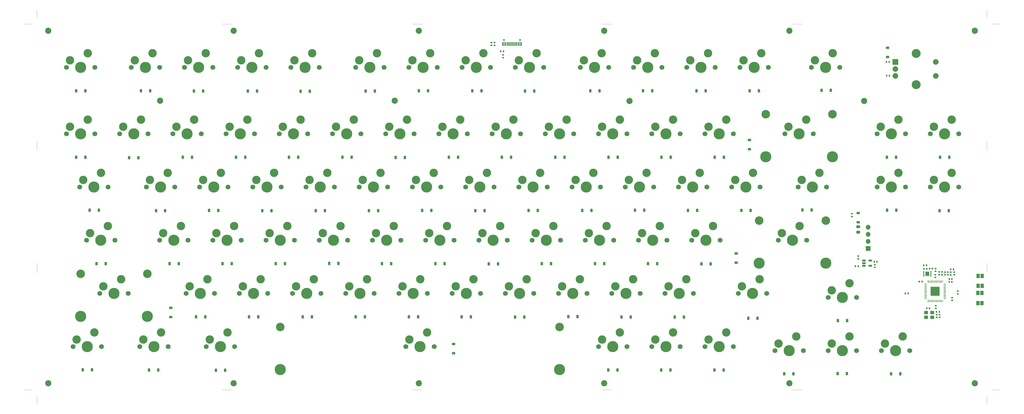
<source format=gbr>
%TF.GenerationSoftware,KiCad,Pcbnew,7.0.9*%
%TF.CreationDate,2024-09-10T22:02:23-04:00*%
%TF.ProjectId,panel,70616e65-6c2e-46b6-9963-61645f706362,0.1*%
%TF.SameCoordinates,Original*%
%TF.FileFunction,Soldermask,Top*%
%TF.FilePolarity,Negative*%
%FSLAX46Y46*%
G04 Gerber Fmt 4.6, Leading zero omitted, Abs format (unit mm)*
G04 Created by KiCad (PCBNEW 7.0.9) date 2024-09-10 22:02:23*
%MOMM*%
%LPD*%
G01*
G04 APERTURE LIST*
G04 Aperture macros list*
%AMRoundRect*
0 Rectangle with rounded corners*
0 $1 Rounding radius*
0 $2 $3 $4 $5 $6 $7 $8 $9 X,Y pos of 4 corners*
0 Add a 4 corners polygon primitive as box body*
4,1,4,$2,$3,$4,$5,$6,$7,$8,$9,$2,$3,0*
0 Add four circle primitives for the rounded corners*
1,1,$1+$1,$2,$3*
1,1,$1+$1,$4,$5*
1,1,$1+$1,$6,$7*
1,1,$1+$1,$8,$9*
0 Add four rect primitives between the rounded corners*
20,1,$1+$1,$2,$3,$4,$5,0*
20,1,$1+$1,$4,$5,$6,$7,0*
20,1,$1+$1,$6,$7,$8,$9,0*
20,1,$1+$1,$8,$9,$2,$3,0*%
G04 Aperture macros list end*
%ADD10RoundRect,0.225000X-0.225000X-0.375000X0.225000X-0.375000X0.225000X0.375000X-0.225000X0.375000X0*%
%ADD11C,1.750000*%
%ADD12C,3.000000*%
%ADD13C,3.987800*%
%ADD14C,0.200000*%
%ADD15RoundRect,0.135000X0.185000X-0.135000X0.185000X0.135000X-0.185000X0.135000X-0.185000X-0.135000X0*%
%ADD16C,2.200000*%
%ADD17RoundRect,0.050000X-0.387500X-0.050000X0.387500X-0.050000X0.387500X0.050000X-0.387500X0.050000X0*%
%ADD18RoundRect,0.050000X-0.050000X-0.387500X0.050000X-0.387500X0.050000X0.387500X-0.050000X0.387500X0*%
%ADD19RoundRect,0.144000X-1.456000X-1.456000X1.456000X-1.456000X1.456000X1.456000X-1.456000X1.456000X0*%
%ADD20RoundRect,0.225000X0.375000X-0.225000X0.375000X0.225000X-0.375000X0.225000X-0.375000X-0.225000X0*%
%ADD21RoundRect,0.140000X-0.140000X-0.170000X0.140000X-0.170000X0.140000X0.170000X-0.140000X0.170000X0*%
%ADD22R,1.700000X1.700000*%
%ADD23O,1.700000X1.700000*%
%ADD24RoundRect,0.140000X-0.170000X0.140000X-0.170000X-0.140000X0.170000X-0.140000X0.170000X0.140000X0*%
%ADD25RoundRect,0.135000X0.135000X0.185000X-0.135000X0.185000X-0.135000X-0.185000X0.135000X-0.185000X0*%
%ADD26RoundRect,0.102000X0.525000X-0.700000X0.525000X0.700000X-0.525000X0.700000X-0.525000X-0.700000X0*%
%ADD27RoundRect,0.140000X0.140000X0.170000X-0.140000X0.170000X-0.140000X-0.170000X0.140000X-0.170000X0*%
%ADD28C,3.048000*%
%ADD29RoundRect,0.140000X0.170000X-0.140000X0.170000X0.140000X-0.170000X0.140000X-0.170000X-0.140000X0*%
%ADD30RoundRect,0.087500X-0.175000X-0.087500X0.175000X-0.087500X0.175000X0.087500X-0.175000X0.087500X0*%
%ADD31R,1.400000X1.600000*%
%ADD32RoundRect,0.135000X-0.185000X0.135000X-0.185000X-0.135000X0.185000X-0.135000X0.185000X0.135000X0*%
%ADD33RoundRect,0.150000X-0.512500X-0.150000X0.512500X-0.150000X0.512500X0.150000X-0.512500X0.150000X0*%
%ADD34C,0.650000*%
%ADD35R,0.600000X1.450000*%
%ADD36R,0.300000X1.450000*%
%ADD37RoundRect,0.243750X-0.456250X0.243750X-0.456250X-0.243750X0.456250X-0.243750X0.456250X0.243750X0*%
%ADD38RoundRect,0.135000X-0.135000X-0.185000X0.135000X-0.185000X0.135000X0.185000X-0.135000X0.185000X0*%
%ADD39R,2.000000X2.000000*%
%ADD40C,2.000000*%
%ADD41C,3.200000*%
%ADD42R,1.400000X1.200000*%
G04 APERTURE END LIST*
D10*
%TO.C,D60*%
X153986000Y-129858000D03*
X157286000Y-129858000D03*
%TD*%
D11*
%TO.C,SW69*%
X323160000Y-122932000D03*
D12*
X324430000Y-120392000D03*
D13*
X328240000Y-122932000D03*
D12*
X330780000Y-117852000D03*
D11*
X333320000Y-122932000D03*
%TD*%
%TO.C,SW40*%
X288602500Y-83343000D03*
D12*
X289872500Y-80803000D03*
D13*
X293682500Y-83343000D03*
D12*
X296222500Y-78263000D03*
D11*
X298762500Y-83343000D03*
%TD*%
%TO.C,SW20*%
X164777000Y-64293000D03*
D12*
X166047000Y-61753000D03*
D13*
X169857000Y-64293000D03*
D12*
X172397000Y-59213000D03*
D11*
X174937000Y-64293000D03*
%TD*%
D10*
%TO.C,D33*%
X158773000Y-91788000D03*
X162073000Y-91788000D03*
%TD*%
D14*
%TO.C,KiKit_MB_3_7*%
X380000000Y-69738096D03*
%TD*%
%TO.C,KiKit_MB_8_4*%
X311785714Y-25000000D03*
%TD*%
%TO.C,KiKit_MB_3_2*%
X380000000Y-67595239D03*
%TD*%
%TO.C,KiKit_MB_2_8*%
X40000000Y-110833333D03*
%TD*%
D11*
%TO.C,SW72*%
X100482500Y-140493000D03*
D12*
X101752500Y-137953000D03*
D13*
X105562500Y-140493000D03*
D12*
X108102500Y-135413000D03*
D11*
X110642500Y-140493000D03*
%TD*%
D14*
%TO.C,KiKit_MB_7_6*%
X244642857Y-25000000D03*
%TD*%
D15*
%TO.C,R16*%
X363919000Y-114786000D03*
X363919000Y-113766000D03*
%TD*%
D14*
%TO.C,KiKit_MB_9_4*%
X108214286Y-156000000D03*
%TD*%
%TO.C,KiKit_MB_3_8*%
X380000000Y-70166667D03*
%TD*%
D16*
%TO.C,*%
X110313000Y-153630000D03*
%TD*%
D10*
%TO.C,D58*%
X115814000Y-129843000D03*
X119114000Y-129843000D03*
%TD*%
D11*
%TO.C,SW28*%
X55239500Y-83343000D03*
D12*
X56509500Y-80803000D03*
D13*
X60319500Y-83343000D03*
D12*
X62859500Y-78263000D03*
D11*
X65399500Y-83343000D03*
%TD*%
D16*
%TO.C,*%
X252021000Y-52560000D03*
%TD*%
D14*
%TO.C,KiKit_MB_15_4*%
X40000000Y-159750000D03*
%TD*%
D10*
%TO.C,D6*%
X157584000Y-48941000D03*
X160884000Y-48941000D03*
%TD*%
D14*
%TO.C,KiKit_MB_18_3*%
X36333334Y-156000000D03*
%TD*%
D11*
%TO.C,SW25*%
X260027000Y-64293000D03*
D12*
X261297000Y-61753000D03*
D13*
X265107000Y-64293000D03*
D12*
X267647000Y-59213000D03*
D11*
X270187000Y-64293000D03*
%TD*%
D10*
%TO.C,D21*%
X187385000Y-72697000D03*
X190685000Y-72697000D03*
%TD*%
D14*
%TO.C,KiKit_MB_11_8*%
X242500000Y-156000000D03*
%TD*%
%TO.C,KiKit_MB_19_5*%
X383666666Y-25000000D03*
%TD*%
%TO.C,KiKit_MB_19_4*%
X383250000Y-25000000D03*
%TD*%
%TO.C,KiKit_MB_16_7*%
X380000000Y-161000000D03*
%TD*%
%TO.C,KiKit_MB_4_3*%
X380000000Y-111690476D03*
%TD*%
D16*
%TO.C,*%
X176639000Y-27355000D03*
%TD*%
D14*
%TO.C,KiKit_MB_12_8*%
X310500000Y-156000000D03*
%TD*%
%TO.C,KiKit_MB_18_5*%
X37166667Y-156000000D03*
%TD*%
D11*
%TO.C,SW6*%
X154038000Y-40501000D03*
D12*
X155308000Y-37961000D03*
D13*
X159118000Y-40501000D03*
D12*
X161658000Y-35421000D03*
D11*
X164198000Y-40501000D03*
%TD*%
%TO.C,SW8*%
X192138000Y-40501000D03*
D12*
X193408000Y-37961000D03*
D13*
X197218000Y-40501000D03*
D12*
X199758000Y-35421000D03*
D11*
X202298000Y-40501000D03*
%TD*%
D10*
%TO.C,D69*%
X326603500Y-131152000D03*
X329903500Y-131152000D03*
%TD*%
D11*
%TO.C,SW23*%
X221927000Y-64293000D03*
D12*
X223197000Y-61753000D03*
D13*
X227007000Y-64293000D03*
D12*
X229547000Y-59213000D03*
D11*
X232087000Y-64293000D03*
%TD*%
D16*
%TO.C,*%
X83961000Y-52473000D03*
%TD*%
D17*
%TO.C,U3*%
X358024500Y-118092000D03*
X358024500Y-118492000D03*
X358024500Y-118892000D03*
X358024500Y-119292000D03*
X358024500Y-119692000D03*
X358024500Y-120092000D03*
X358024500Y-120492000D03*
X358024500Y-120892000D03*
X358024500Y-121292000D03*
X358024500Y-121692000D03*
X358024500Y-122092000D03*
X358024500Y-122492000D03*
X358024500Y-122892000D03*
X358024500Y-123292000D03*
D18*
X358862000Y-124129500D03*
X359262000Y-124129500D03*
X359662000Y-124129500D03*
X360062000Y-124129500D03*
X360462000Y-124129500D03*
X360862000Y-124129500D03*
X361262000Y-124129500D03*
X361662000Y-124129500D03*
X362062000Y-124129500D03*
X362462000Y-124129500D03*
X362862000Y-124129500D03*
X363262000Y-124129500D03*
X363662000Y-124129500D03*
X364062000Y-124129500D03*
D17*
X364899500Y-123292000D03*
X364899500Y-122892000D03*
X364899500Y-122492000D03*
X364899500Y-122092000D03*
X364899500Y-121692000D03*
X364899500Y-121292000D03*
X364899500Y-120892000D03*
X364899500Y-120492000D03*
X364899500Y-120092000D03*
X364899500Y-119692000D03*
X364899500Y-119292000D03*
X364899500Y-118892000D03*
X364899500Y-118492000D03*
X364899500Y-118092000D03*
D18*
X364062000Y-117254500D03*
X363662000Y-117254500D03*
X363262000Y-117254500D03*
X362862000Y-117254500D03*
X362462000Y-117254500D03*
X362062000Y-117254500D03*
X361662000Y-117254500D03*
X361262000Y-117254500D03*
X360862000Y-117254500D03*
X360462000Y-117254500D03*
X360062000Y-117254500D03*
X359662000Y-117254500D03*
X359262000Y-117254500D03*
X358862000Y-117254500D03*
D19*
X361462000Y-120692000D03*
%TD*%
D14*
%TO.C,KiKit_MB_16_2*%
X380000000Y-158916666D03*
%TD*%
%TO.C,KiKit_MB_13_4*%
X40000000Y-21250000D03*
%TD*%
D20*
%TO.C,D73*%
X189037000Y-142837000D03*
X189037000Y-139537000D03*
%TD*%
D10*
%TO.C,D46*%
X144494000Y-110737000D03*
X147794000Y-110737000D03*
%TD*%
%TO.C,D29*%
X82509000Y-91806000D03*
X85809000Y-91806000D03*
%TD*%
D21*
%TO.C,C12*%
X366513000Y-116262000D03*
X367473000Y-116262000D03*
%TD*%
D11*
%TO.C,SW68*%
X290983500Y-121443000D03*
D12*
X292253500Y-118903000D03*
D13*
X296063500Y-121443000D03*
D12*
X298603500Y-116363000D03*
D11*
X301143500Y-121443000D03*
%TD*%
D14*
%TO.C,KiKit_MB_11_5*%
X243785714Y-156000000D03*
%TD*%
D22*
%TO.C,OLED1*%
X337497000Y-105379000D03*
D23*
X337497000Y-102839000D03*
X337497000Y-100299000D03*
X337497000Y-97759000D03*
%TD*%
D14*
%TO.C,KiKit_MB_15_6*%
X40000000Y-160583333D03*
%TD*%
%TO.C,KiKit_MB_3_6*%
X380000000Y-69309524D03*
%TD*%
D10*
%TO.C,D49*%
X201667000Y-110886000D03*
X204967000Y-110886000D03*
%TD*%
D14*
%TO.C,KiKit_MB_9_6*%
X107357143Y-156000000D03*
%TD*%
D24*
%TO.C,C5*%
X339838000Y-111211000D03*
X339838000Y-112171000D03*
%TD*%
D10*
%TO.C,D26*%
X282574000Y-72691000D03*
X285874000Y-72691000D03*
%TD*%
D14*
%TO.C,KiKit_MB_15_5*%
X40000000Y-160166666D03*
%TD*%
%TO.C,KiKit_MB_4_4*%
X380000000Y-112119047D03*
%TD*%
D25*
%TO.C,R3*%
X358378000Y-111381000D03*
X357358000Y-111381000D03*
%TD*%
D24*
%TO.C,C3*%
X362024000Y-129050000D03*
X362024000Y-130010000D03*
%TD*%
D10*
%TO.C,D45*%
X125376000Y-110781000D03*
X128676000Y-110781000D03*
%TD*%
D11*
%TO.C,SW35*%
X193352500Y-83343000D03*
D12*
X194622500Y-80803000D03*
D13*
X198432500Y-83343000D03*
D12*
X200972500Y-78263000D03*
D11*
X203512500Y-83343000D03*
%TD*%
D10*
%TO.C,D66*%
X268234000Y-129921000D03*
X271534000Y-129921000D03*
%TD*%
D16*
%TO.C,*%
X375638000Y-27355000D03*
%TD*%
D26*
%TO.C,S1*%
X376840000Y-118743500D03*
X376840000Y-115143500D03*
X378290000Y-118743500D03*
X378290000Y-115143500D03*
%TD*%
D14*
%TO.C,KiKit_MB_20_1*%
X382000000Y-156000000D03*
%TD*%
D11*
%TO.C,SW38*%
X250502500Y-83343000D03*
D12*
X251772500Y-80803000D03*
D13*
X255582500Y-83343000D03*
D12*
X258122500Y-78263000D03*
D11*
X260662500Y-83343000D03*
%TD*%
D27*
%TO.C,C18*%
X351775000Y-121480000D03*
X350815000Y-121480000D03*
%TD*%
D10*
%TO.C,D81*%
X344290500Y-91620000D03*
X347590500Y-91620000D03*
%TD*%
%TO.C,D42*%
X61210000Y-110800000D03*
X64510000Y-110800000D03*
%TD*%
D11*
%TO.C,SW46*%
X140964500Y-102393000D03*
D12*
X142234500Y-99853000D03*
D13*
X146044500Y-102393000D03*
D12*
X148584500Y-97313000D03*
D11*
X151124500Y-102393000D03*
%TD*%
D14*
%TO.C,KiKit_MB_19_1*%
X382000000Y-25000000D03*
%TD*%
D28*
%TO.C,SW73*%
X127000600Y-133508000D03*
D13*
X127000600Y-148748000D03*
D11*
X171920500Y-140493000D03*
D12*
X173190500Y-137953000D03*
D13*
X177000500Y-140493000D03*
D12*
X179540500Y-135413000D03*
D11*
X182080500Y-140493000D03*
D28*
X227000400Y-133508000D03*
D13*
X227000400Y-148748000D03*
%TD*%
D10*
%TO.C,D35*%
X196853000Y-91787000D03*
X200153000Y-91787000D03*
%TD*%
D29*
%TO.C,C11*%
X368332000Y-114776000D03*
X368332000Y-113816000D03*
%TD*%
D15*
%TO.C,R13*%
X367068000Y-114818000D03*
X367068000Y-113798000D03*
%TD*%
D14*
%TO.C,KiKit_MB_17_1*%
X35500000Y-25000000D03*
%TD*%
D10*
%TO.C,D68*%
X294561000Y-130312000D03*
X297861000Y-130312000D03*
%TD*%
D14*
%TO.C,KiKit_MB_15_7*%
X40000000Y-161000000D03*
%TD*%
%TO.C,KiKit_MB_2_2*%
X40000000Y-113404761D03*
%TD*%
%TO.C,KiKit_MB_14_2*%
X380000000Y-20416667D03*
%TD*%
D10*
%TO.C,D31*%
X120562000Y-91787000D03*
X123862000Y-91787000D03*
%TD*%
D11*
%TO.C,SW1*%
X50438000Y-40523000D03*
D12*
X51708000Y-37983000D03*
D13*
X55518000Y-40523000D03*
D12*
X58058000Y-35443000D03*
D11*
X60598000Y-40523000D03*
%TD*%
D10*
%TO.C,D48*%
X182514000Y-110797000D03*
X185814000Y-110797000D03*
%TD*%
D11*
%TO.C,SW45*%
X121914500Y-102393000D03*
D12*
X123184500Y-99853000D03*
D13*
X126994500Y-102393000D03*
D12*
X129534500Y-97313000D03*
D11*
X132074500Y-102393000D03*
%TD*%
D16*
%TO.C,*%
X375645000Y-153630000D03*
%TD*%
D30*
%TO.C,U1*%
X357352500Y-113702000D03*
X357352500Y-114202000D03*
X357352500Y-114702000D03*
X357352500Y-115202000D03*
X359927500Y-115202000D03*
X359927500Y-114702000D03*
X359927500Y-114202000D03*
X359927500Y-113702000D03*
D31*
X358640000Y-114452000D03*
%TD*%
D25*
%TO.C,R5*%
X362977000Y-128016000D03*
X361957000Y-128016000D03*
%TD*%
D14*
%TO.C,KiKit_MB_17_3*%
X36333334Y-25000000D03*
%TD*%
D10*
%TO.C,D36*%
X215924000Y-91768000D03*
X219224000Y-91768000D03*
%TD*%
D14*
%TO.C,KiKit_MB_19_3*%
X382833333Y-25000000D03*
%TD*%
D11*
%TO.C,SW59*%
X131439500Y-121443000D03*
D12*
X132709500Y-118903000D03*
D13*
X136519500Y-121443000D03*
D12*
X139059500Y-116363000D03*
D11*
X141599500Y-121443000D03*
%TD*%
D32*
%TO.C,R9*%
X206730000Y-36058000D03*
X206730000Y-37078000D03*
%TD*%
D11*
%TO.C,SW64*%
X226689500Y-121443000D03*
D12*
X227959500Y-118903000D03*
D13*
X231769500Y-121443000D03*
D12*
X234309500Y-116363000D03*
D11*
X236849500Y-121443000D03*
%TD*%
D33*
%TO.C,U2*%
X335934500Y-109648000D03*
X335934500Y-110598000D03*
X335934500Y-111548000D03*
X338209500Y-111548000D03*
X338209500Y-109648000D03*
%TD*%
D14*
%TO.C,KiKit_MB_1_6*%
X40000000Y-68023810D03*
%TD*%
D11*
%TO.C,SW31*%
X117152500Y-83343000D03*
D12*
X118422500Y-80803000D03*
D13*
X122232500Y-83343000D03*
D12*
X124772500Y-78263000D03*
D11*
X127312500Y-83343000D03*
%TD*%
D14*
%TO.C,KiKit_MB_10_8*%
X174500000Y-156000000D03*
%TD*%
D10*
%TO.C,D40*%
X292107000Y-91758000D03*
X295407000Y-91758000D03*
%TD*%
D14*
%TO.C,KiKit_MB_6_1*%
X174500000Y-25000000D03*
%TD*%
%TO.C,KiKit_MB_5_5*%
X108214286Y-25000000D03*
%TD*%
D10*
%TO.C,D28*%
X58760000Y-91660000D03*
X62060000Y-91660000D03*
%TD*%
%TO.C,D57*%
X96822000Y-129865000D03*
X100122000Y-129865000D03*
%TD*%
D14*
%TO.C,KiKit_MB_2_5*%
X40000000Y-112119047D03*
%TD*%
D26*
%TO.C,S2*%
X376789000Y-124920000D03*
X376789000Y-121320000D03*
X378239000Y-124920000D03*
X378239000Y-121320000D03*
%TD*%
D10*
%TO.C,D41*%
X313925500Y-91589000D03*
X317225500Y-91589000D03*
%TD*%
D11*
%TO.C,SW39*%
X269552500Y-83343000D03*
D12*
X270822500Y-80803000D03*
D13*
X274632500Y-83343000D03*
D12*
X277172500Y-78263000D03*
D11*
X279712500Y-83343000D03*
%TD*%
D21*
%TO.C,C6*%
X339660000Y-110143000D03*
X340620000Y-110143000D03*
%TD*%
D14*
%TO.C,KiKit_MB_7_1*%
X242500000Y-25000000D03*
%TD*%
D11*
%TO.C,SW12*%
X272513000Y-40501000D03*
D12*
X273783000Y-37961000D03*
D13*
X277593000Y-40501000D03*
D12*
X280133000Y-35421000D03*
D11*
X282673000Y-40501000D03*
%TD*%
D14*
%TO.C,KiKit_MB_20_3*%
X382833333Y-156000000D03*
%TD*%
%TO.C,KiKit_MB_10_1*%
X177500000Y-156000000D03*
%TD*%
D11*
%TO.C,SW74*%
X240976500Y-140493000D03*
D12*
X242246500Y-137953000D03*
D13*
X246056500Y-140493000D03*
D12*
X248596500Y-135413000D03*
D11*
X251136500Y-140493000D03*
%TD*%
D10*
%TO.C,D74*%
X244392000Y-148916000D03*
X247692000Y-148916000D03*
%TD*%
D14*
%TO.C,KiKit_MB_10_4*%
X176214286Y-156000000D03*
%TD*%
D10*
%TO.C,D72*%
X103944000Y-148938000D03*
X107244000Y-148938000D03*
%TD*%
D14*
%TO.C,KiKit_MB_1_4*%
X40000000Y-68880953D03*
%TD*%
D10*
%TO.C,D20*%
X168355000Y-72742000D03*
X171655000Y-72742000D03*
%TD*%
D14*
%TO.C,KiKit_MB_18_6*%
X37583334Y-156000000D03*
%TD*%
D11*
%TO.C,SW2*%
X73663000Y-40501000D03*
D12*
X74933000Y-37961000D03*
D13*
X78743000Y-40501000D03*
D12*
X81283000Y-35421000D03*
D11*
X83823000Y-40501000D03*
%TD*%
D14*
%TO.C,KiKit_MB_12_4*%
X312214285Y-156000000D03*
%TD*%
%TO.C,KiKit_MB_5_3*%
X107357143Y-25000000D03*
%TD*%
D11*
%TO.C,SW15*%
X69527000Y-64293000D03*
D12*
X70797000Y-61753000D03*
D13*
X74607000Y-64293000D03*
D12*
X77147000Y-59213000D03*
D11*
X79687000Y-64293000D03*
%TD*%
%TO.C,SW82*%
X359721000Y-64284000D03*
D12*
X360991000Y-61744000D03*
D13*
X364801000Y-64284000D03*
D12*
X367341000Y-59204000D03*
D11*
X369881000Y-64284000D03*
%TD*%
D10*
%TO.C,D24*%
X244488000Y-72685000D03*
X247788000Y-72685000D03*
%TD*%
D14*
%TO.C,KiKit_MB_13_3*%
X40000000Y-20833334D03*
%TD*%
D10*
%TO.C,D43*%
X87363000Y-110794000D03*
X90663000Y-110794000D03*
%TD*%
D11*
%TO.C,SW14*%
X50477000Y-64293000D03*
D12*
X51747000Y-61753000D03*
D13*
X55557000Y-64293000D03*
D12*
X58097000Y-59213000D03*
D11*
X60637000Y-64293000D03*
%TD*%
D16*
%TO.C,*%
X110306000Y-27355000D03*
%TD*%
D11*
%TO.C,SW37*%
X231452500Y-83343000D03*
D12*
X232722500Y-80803000D03*
D13*
X236532500Y-83343000D03*
D12*
X239072500Y-78263000D03*
D11*
X241612500Y-83343000D03*
%TD*%
D10*
%TO.C,D78*%
X326532500Y-150149000D03*
X329832500Y-150149000D03*
%TD*%
%TO.C,D61*%
X173098000Y-129858000D03*
X176398000Y-129858000D03*
%TD*%
D11*
%TO.C,SW80*%
X340671000Y-64284000D03*
D12*
X341941000Y-61744000D03*
D13*
X345751000Y-64284000D03*
D12*
X348291000Y-59204000D03*
D11*
X350831000Y-64284000D03*
%TD*%
D10*
%TO.C,D51*%
X239716000Y-110819000D03*
X243016000Y-110819000D03*
%TD*%
D11*
%TO.C,SW61*%
X169539500Y-121443000D03*
D12*
X170809500Y-118903000D03*
D13*
X174619500Y-121443000D03*
D12*
X177159500Y-116363000D03*
D11*
X179699500Y-121443000D03*
%TD*%
D14*
%TO.C,KiKit_MB_3_4*%
X380000000Y-68452381D03*
%TD*%
D10*
%TO.C,D3*%
X96104000Y-48969000D03*
X99404000Y-48969000D03*
%TD*%
D11*
%TO.C,SW77*%
X304110000Y-141982000D03*
D12*
X305380000Y-139442000D03*
D13*
X309190000Y-141982000D03*
D12*
X311730000Y-136902000D03*
D11*
X314270000Y-141982000D03*
%TD*%
D10*
%TO.C,D17*%
X111133000Y-72664000D03*
X114433000Y-72664000D03*
%TD*%
D34*
%TO.C,USB1*%
X212873000Y-30703500D03*
X207093000Y-30703500D03*
D35*
X213208000Y-32148500D03*
X212433000Y-32148500D03*
D36*
X211733000Y-32148500D03*
X211233000Y-32148500D03*
X210733000Y-32148500D03*
X210233000Y-32148500D03*
X209733000Y-32148500D03*
X209233000Y-32148500D03*
X208733000Y-32148500D03*
X208233000Y-32148500D03*
D35*
X207533000Y-32148500D03*
X206758000Y-32148500D03*
%TD*%
D10*
%TO.C,D32*%
X139667000Y-91783000D03*
X142967000Y-91783000D03*
%TD*%
D14*
%TO.C,KiKit_MB_7_4*%
X243785714Y-25000000D03*
%TD*%
D11*
%TO.C,SW24*%
X240977000Y-64293000D03*
D12*
X242247000Y-61753000D03*
D13*
X246057000Y-64293000D03*
D12*
X248597000Y-59213000D03*
D11*
X251137000Y-64293000D03*
%TD*%
D20*
%TO.C,D54*%
X333930000Y-95984000D03*
X333930000Y-92684000D03*
%TD*%
D14*
%TO.C,KiKit_MB_11_1*%
X245500000Y-156000000D03*
%TD*%
%TO.C,KiKit_MB_19_7*%
X384500000Y-25000000D03*
%TD*%
D10*
%TO.C,D39*%
X272972000Y-91713000D03*
X276272000Y-91713000D03*
%TD*%
D14*
%TO.C,KiKit_MB_5_2*%
X106928572Y-25000000D03*
%TD*%
%TO.C,KiKit_MB_8_5*%
X312214285Y-25000000D03*
%TD*%
D11*
%TO.C,SW62*%
X188589500Y-121443000D03*
D12*
X189859500Y-118903000D03*
D13*
X193669500Y-121443000D03*
D12*
X196209500Y-116363000D03*
D11*
X198749500Y-121443000D03*
%TD*%
D10*
%TO.C,D67*%
X320769500Y-48687000D03*
X324069500Y-48687000D03*
%TD*%
D14*
%TO.C,KiKit_MB_8_7*%
X313071428Y-25000000D03*
%TD*%
%TO.C,KiKit_MB_8_6*%
X312642857Y-25000000D03*
%TD*%
%TO.C,KiKit_MB_13_7*%
X40000000Y-22500000D03*
%TD*%
D37*
%TO.C,F1*%
X333941000Y-97607500D03*
X333941000Y-99482500D03*
%TD*%
D38*
%TO.C,R4*%
X357456000Y-112604000D03*
X358476000Y-112604000D03*
%TD*%
D14*
%TO.C,KiKit_MB_5_4*%
X107785715Y-25000000D03*
%TD*%
D11*
%TO.C,SW81*%
X340671000Y-83334000D03*
D12*
X341941000Y-80794000D03*
D13*
X345751000Y-83334000D03*
D12*
X348291000Y-78254000D03*
D11*
X350831000Y-83334000D03*
%TD*%
D14*
%TO.C,KiKit_MB_20_2*%
X382416666Y-156000000D03*
%TD*%
D10*
%TO.C,D13*%
X295076000Y-48917000D03*
X298376000Y-48917000D03*
%TD*%
D11*
%TO.C,SW49*%
X198114500Y-102393000D03*
D12*
X199384500Y-99853000D03*
D13*
X203194500Y-102393000D03*
D12*
X205734500Y-97313000D03*
D11*
X208274500Y-102393000D03*
%TD*%
D29*
%TO.C,C15*%
X361576000Y-113486000D03*
X361576000Y-112526000D03*
%TD*%
D14*
%TO.C,KiKit_MB_6_5*%
X176214286Y-25000000D03*
%TD*%
D10*
%TO.C,D16*%
X92080000Y-72664000D03*
X95380000Y-72664000D03*
%TD*%
D15*
%TO.C,FB1*%
X333955000Y-109097500D03*
X333955000Y-108077500D03*
%TD*%
D14*
%TO.C,KiKit_MB_16_3*%
X380000000Y-159333333D03*
%TD*%
D10*
%TO.C,D47*%
X163427000Y-110812000D03*
X166727000Y-110812000D03*
%TD*%
%TO.C,D50*%
X220650000Y-110789000D03*
X223950000Y-110789000D03*
%TD*%
D14*
%TO.C,KiKit_MB_12_5*%
X311785714Y-156000000D03*
%TD*%
D21*
%TO.C,C13*%
X366512000Y-117280000D03*
X367472000Y-117280000D03*
%TD*%
D11*
%TO.C,SW47*%
X160014500Y-102393000D03*
D12*
X161284500Y-99853000D03*
D13*
X165094500Y-102393000D03*
D12*
X167634500Y-97313000D03*
D11*
X170174500Y-102393000D03*
%TD*%
%TO.C,SW26*%
X279077000Y-64293000D03*
D12*
X280347000Y-61753000D03*
D13*
X284157000Y-64293000D03*
D12*
X286697000Y-59213000D03*
D11*
X289237000Y-64293000D03*
%TD*%
D14*
%TO.C,KiKit_MB_11_2*%
X245071428Y-156000000D03*
%TD*%
%TO.C,KiKit_MB_6_2*%
X174928572Y-25000000D03*
%TD*%
D10*
%TO.C,D12*%
X276006000Y-48903000D03*
X279306000Y-48903000D03*
%TD*%
D11*
%TO.C,SW4*%
X111763000Y-40501000D03*
D12*
X113033000Y-37961000D03*
D13*
X116843000Y-40501000D03*
D12*
X119383000Y-35421000D03*
D11*
X121923000Y-40501000D03*
%TD*%
%TO.C,SW33*%
X155252500Y-83343000D03*
D12*
X156522500Y-80803000D03*
D13*
X160332500Y-83343000D03*
D12*
X162872500Y-78263000D03*
D11*
X165412500Y-83343000D03*
%TD*%
%TO.C,SW32*%
X136202500Y-83343000D03*
D12*
X137472500Y-80803000D03*
D13*
X141282500Y-83343000D03*
D12*
X143822500Y-78263000D03*
D11*
X146362500Y-83343000D03*
%TD*%
D14*
%TO.C,KiKit_MB_13_6*%
X40000000Y-22083334D03*
%TD*%
%TO.C,KiKit_MB_9_5*%
X107785715Y-156000000D03*
%TD*%
D11*
%TO.C,SW19*%
X145727000Y-64293000D03*
D12*
X146997000Y-61753000D03*
D13*
X150807000Y-64293000D03*
D12*
X153347000Y-59213000D03*
D11*
X155887000Y-64293000D03*
%TD*%
D24*
%TO.C,C16*%
X367546000Y-122953000D03*
X367546000Y-123913000D03*
%TD*%
D11*
%TO.C,SW66*%
X264789500Y-121443000D03*
D12*
X266059500Y-118903000D03*
D13*
X269869500Y-121443000D03*
D12*
X272409500Y-116363000D03*
D11*
X274949500Y-121443000D03*
%TD*%
D14*
%TO.C,KiKit_MB_16_4*%
X380000000Y-159750000D03*
%TD*%
D10*
%TO.C,D5*%
X134266000Y-49038000D03*
X137566000Y-49038000D03*
%TD*%
D14*
%TO.C,KiKit_MB_8_3*%
X311357142Y-25000000D03*
%TD*%
D11*
%TO.C,SW44*%
X102864500Y-102393000D03*
D12*
X104134500Y-99853000D03*
D13*
X107944500Y-102393000D03*
D12*
X110484500Y-97313000D03*
D11*
X113024500Y-102393000D03*
%TD*%
D10*
%TO.C,D59*%
X135009000Y-129858000D03*
X138309000Y-129858000D03*
%TD*%
D14*
%TO.C,KiKit_MB_9_8*%
X106500000Y-156000000D03*
%TD*%
D25*
%TO.C,R2*%
X345078000Y-43482000D03*
X344058000Y-43482000D03*
%TD*%
D14*
%TO.C,KiKit_MB_10_3*%
X176642858Y-156000000D03*
%TD*%
%TO.C,KiKit_MB_7_7*%
X245071428Y-25000000D03*
%TD*%
D16*
%TO.C,*%
X242972000Y-27355000D03*
%TD*%
D24*
%TO.C,C8*%
X363057000Y-129034000D03*
X363057000Y-129994000D03*
%TD*%
D14*
%TO.C,KiKit_MB_13_5*%
X40000000Y-21666667D03*
%TD*%
%TO.C,KiKit_MB_16_1*%
X380000000Y-158500000D03*
%TD*%
%TO.C,KiKit_MB_20_4*%
X383250000Y-156000000D03*
%TD*%
D10*
%TO.C,D25*%
X263481000Y-72646000D03*
X266781000Y-72646000D03*
%TD*%
D11*
%TO.C,SW71*%
X76669500Y-140493000D03*
D12*
X77939500Y-137953000D03*
D13*
X81749500Y-140493000D03*
D12*
X84289500Y-135413000D03*
D11*
X86829500Y-140493000D03*
%TD*%
D14*
%TO.C,KiKit_MB_17_5*%
X37166667Y-25000000D03*
%TD*%
D11*
%TO.C,SW5*%
X130813000Y-40501000D03*
D12*
X132083000Y-37961000D03*
D13*
X135893000Y-40501000D03*
D12*
X138433000Y-35421000D03*
D11*
X140973000Y-40501000D03*
%TD*%
D14*
%TO.C,KiKit_MB_10_6*%
X175357143Y-156000000D03*
%TD*%
D20*
%TO.C,D56*%
X87819000Y-129904000D03*
X87819000Y-126604000D03*
%TD*%
D27*
%TO.C,C14*%
X356757000Y-117189000D03*
X355797000Y-117189000D03*
%TD*%
D14*
%TO.C,KiKit_MB_17_4*%
X36750000Y-25000000D03*
%TD*%
D39*
%TO.C,ROTARY1*%
X347202000Y-38583000D03*
D40*
X347202000Y-43583000D03*
X347202000Y-41083000D03*
D41*
X354702000Y-35483000D03*
X354702000Y-46683000D03*
D40*
X361702000Y-43583000D03*
X361702000Y-38583000D03*
%TD*%
D14*
%TO.C,KiKit_MB_5_6*%
X108642858Y-25000000D03*
%TD*%
D11*
%TO.C,SW60*%
X150489500Y-121443000D03*
D12*
X151759500Y-118903000D03*
D13*
X155569500Y-121443000D03*
D12*
X158109500Y-116363000D03*
D11*
X160649500Y-121443000D03*
%TD*%
D14*
%TO.C,KiKit_MB_8_8*%
X313500000Y-25000000D03*
%TD*%
D28*
%TO.C,SW55*%
X298412500Y-95408000D03*
D13*
X298412500Y-110648000D03*
D11*
X305270500Y-102393000D03*
D12*
X306540500Y-99853000D03*
D13*
X310350500Y-102393000D03*
D12*
X312890500Y-97313000D03*
D11*
X315430500Y-102393000D03*
D28*
X322288500Y-95408000D03*
D13*
X322288500Y-110648000D03*
%TD*%
D11*
%TO.C,SW53*%
X274314500Y-102393000D03*
D12*
X275584500Y-99853000D03*
D13*
X279394500Y-102393000D03*
D12*
X281934500Y-97313000D03*
D11*
X284474500Y-102393000D03*
%TD*%
D10*
%TO.C,D2*%
X77123000Y-48926000D03*
X80423000Y-48926000D03*
%TD*%
D15*
%TO.C,R15*%
X362859000Y-114759000D03*
X362859000Y-113739000D03*
%TD*%
D16*
%TO.C,*%
X309312000Y-153630000D03*
%TD*%
%TO.C,*%
X309305000Y-27355000D03*
%TD*%
D14*
%TO.C,KiKit_MB_9_3*%
X108642858Y-156000000D03*
%TD*%
D10*
%TO.C,D70*%
X56267000Y-148797000D03*
X59567000Y-148797000D03*
%TD*%
%TO.C,D76*%
X282467000Y-148916000D03*
X285767000Y-148916000D03*
%TD*%
D14*
%TO.C,KiKit_MB_4_8*%
X380000000Y-113833333D03*
%TD*%
D16*
%TO.C,*%
X242979000Y-153630000D03*
%TD*%
D14*
%TO.C,KiKit_MB_13_2*%
X40000000Y-20416667D03*
%TD*%
D10*
%TO.C,D82*%
X363257000Y-72662000D03*
X366557000Y-72662000D03*
%TD*%
D38*
%TO.C,R11*%
X332932000Y-111675000D03*
X333952000Y-111675000D03*
%TD*%
D11*
%TO.C,SW36*%
X212402500Y-83343000D03*
D12*
X213672500Y-80803000D03*
D13*
X217482500Y-83343000D03*
D12*
X220022500Y-78263000D03*
D11*
X222562500Y-83343000D03*
%TD*%
D10*
%TO.C,D14*%
X53920000Y-72679000D03*
X57220000Y-72679000D03*
%TD*%
D14*
%TO.C,KiKit_MB_2_3*%
X40000000Y-112976190D03*
%TD*%
D11*
%TO.C,SW9*%
X211188000Y-40501000D03*
D12*
X212458000Y-37961000D03*
D13*
X216268000Y-40501000D03*
D12*
X218808000Y-35421000D03*
D11*
X221348000Y-40501000D03*
%TD*%
D14*
%TO.C,KiKit_MB_1_3*%
X40000000Y-69309524D03*
%TD*%
%TO.C,KiKit_MB_20_6*%
X384083333Y-156000000D03*
%TD*%
%TO.C,KiKit_MB_1_8*%
X40000000Y-67166667D03*
%TD*%
%TO.C,KiKit_MB_4_6*%
X380000000Y-112976190D03*
%TD*%
D10*
%TO.C,D62*%
X191961000Y-129852000D03*
X195261000Y-129852000D03*
%TD*%
%TO.C,D84*%
X345718000Y-150240000D03*
X349018000Y-150240000D03*
%TD*%
D14*
%TO.C,KiKit_MB_12_3*%
X312642857Y-156000000D03*
%TD*%
%TO.C,KiKit_MB_12_7*%
X310928571Y-156000000D03*
%TD*%
D11*
%TO.C,SW30*%
X98102500Y-83343000D03*
D12*
X99372500Y-80803000D03*
D13*
X103182500Y-83343000D03*
D12*
X105722500Y-78263000D03*
D11*
X108262500Y-83343000D03*
%TD*%
D14*
%TO.C,KiKit_MB_1_5*%
X40000000Y-68452381D03*
%TD*%
D16*
%TO.C,*%
X336021000Y-52560000D03*
%TD*%
D14*
%TO.C,KiKit_MB_6_3*%
X175357143Y-25000000D03*
%TD*%
D10*
%TO.C,D9*%
X214639000Y-48943000D03*
X217939000Y-48943000D03*
%TD*%
%TO.C,D83*%
X363031000Y-91821000D03*
X366331000Y-91821000D03*
%TD*%
D11*
%TO.C,SW50*%
X217164500Y-102393000D03*
D12*
X218434500Y-99853000D03*
D13*
X222244500Y-102393000D03*
D12*
X224784500Y-97313000D03*
D11*
X227324500Y-102393000D03*
%TD*%
D14*
%TO.C,KiKit_MB_10_2*%
X177071429Y-156000000D03*
%TD*%
D10*
%TO.C,D15*%
X72936000Y-72823000D03*
X76236000Y-72823000D03*
%TD*%
D11*
%TO.C,SW51*%
X236214500Y-102393000D03*
D12*
X237484500Y-99853000D03*
D13*
X241294500Y-102393000D03*
D12*
X243834500Y-97313000D03*
D11*
X246374500Y-102393000D03*
%TD*%
%TO.C,SW58*%
X112389500Y-121443000D03*
D12*
X113659500Y-118903000D03*
D13*
X117469500Y-121443000D03*
D12*
X120009500Y-116363000D03*
D11*
X122549500Y-121443000D03*
%TD*%
%TO.C,SW65*%
X245739500Y-121443000D03*
D12*
X247009500Y-118903000D03*
D13*
X250819500Y-121443000D03*
D12*
X253359500Y-116363000D03*
D11*
X255899500Y-121443000D03*
%TD*%
D24*
%TO.C,C10*%
X361728000Y-125844000D03*
X361728000Y-126804000D03*
%TD*%
D11*
%TO.C,SW84*%
X342210000Y-141982000D03*
D12*
X343480000Y-139442000D03*
D13*
X347290000Y-141982000D03*
D12*
X349830000Y-136902000D03*
D11*
X352370000Y-141982000D03*
%TD*%
D14*
%TO.C,KiKit_MB_4_5*%
X380000000Y-112547619D03*
%TD*%
D10*
%TO.C,D7*%
X176655000Y-48889000D03*
X179955000Y-48889000D03*
%TD*%
D14*
%TO.C,KiKit_MB_18_1*%
X35500000Y-156000000D03*
%TD*%
%TO.C,KiKit_MB_15_2*%
X40000000Y-158916666D03*
%TD*%
D20*
%TO.C,D27*%
X294987000Y-69827500D03*
X294987000Y-66527500D03*
%TD*%
D11*
%TO.C,SW70*%
X52856500Y-140493000D03*
D12*
X54126500Y-137953000D03*
D13*
X57936500Y-140493000D03*
D12*
X60476500Y-135413000D03*
D11*
X63016500Y-140493000D03*
%TD*%
D16*
%TO.C,*%
X43973000Y-27355000D03*
%TD*%
D15*
%TO.C,R7*%
X369559000Y-121655000D03*
X369559000Y-120635000D03*
%TD*%
D11*
%TO.C,SW29*%
X79052500Y-83343000D03*
D12*
X80322500Y-80803000D03*
D13*
X84132500Y-83343000D03*
D12*
X86672500Y-78263000D03*
D11*
X89212500Y-83343000D03*
%TD*%
D10*
%TO.C,D23*%
X225439000Y-72673000D03*
X228739000Y-72673000D03*
%TD*%
D11*
%TO.C,SW10*%
X234413000Y-40501000D03*
D12*
X235683000Y-37961000D03*
D13*
X239493000Y-40501000D03*
D12*
X242033000Y-35421000D03*
D11*
X244573000Y-40501000D03*
%TD*%
D21*
%TO.C,C2*%
X358451000Y-126783000D03*
X359411000Y-126783000D03*
%TD*%
D20*
%TO.C,D55*%
X290246000Y-110439500D03*
X290246000Y-107139500D03*
%TD*%
D14*
%TO.C,KiKit_MB_14_1*%
X380000000Y-20000000D03*
%TD*%
D10*
%TO.C,D34*%
X177793000Y-91733000D03*
X181093000Y-91733000D03*
%TD*%
D14*
%TO.C,KiKit_MB_14_6*%
X380000000Y-22083334D03*
%TD*%
%TO.C,KiKit_MB_9_2*%
X109071429Y-156000000D03*
%TD*%
%TO.C,KiKit_MB_6_7*%
X177071429Y-25000000D03*
%TD*%
D15*
%TO.C,R6*%
X203730000Y-32640000D03*
X203730000Y-31620000D03*
%TD*%
D29*
%TO.C,C9*%
X361498000Y-115698000D03*
X361498000Y-114738000D03*
%TD*%
D10*
%TO.C,D65*%
X249177000Y-129897000D03*
X252477000Y-129897000D03*
%TD*%
D14*
%TO.C,KiKit_MB_14_7*%
X380000000Y-22500000D03*
%TD*%
%TO.C,KiKit_MB_7_8*%
X245500000Y-25000000D03*
%TD*%
D11*
%TO.C,SW34*%
X174302500Y-83343000D03*
D12*
X175572500Y-80803000D03*
D13*
X179382500Y-83343000D03*
D12*
X181922500Y-78263000D03*
D11*
X184462500Y-83343000D03*
%TD*%
%TO.C,SW16*%
X88577000Y-64293000D03*
D12*
X89847000Y-61753000D03*
D13*
X93657000Y-64293000D03*
D12*
X96197000Y-59213000D03*
D11*
X98737000Y-64293000D03*
%TD*%
%TO.C,SW17*%
X107627000Y-64293000D03*
D12*
X108897000Y-61753000D03*
D13*
X112707000Y-64293000D03*
D12*
X115247000Y-59213000D03*
D11*
X117787000Y-64293000D03*
%TD*%
D14*
%TO.C,KiKit_MB_8_1*%
X310500000Y-25000000D03*
%TD*%
D10*
%TO.C,D80*%
X344178000Y-72661000D03*
X347478000Y-72661000D03*
%TD*%
D14*
%TO.C,KiKit_MB_11_3*%
X244642857Y-156000000D03*
%TD*%
D10*
%TO.C,D75*%
X263399000Y-148916000D03*
X266699000Y-148916000D03*
%TD*%
D14*
%TO.C,KiKit_MB_1_7*%
X40000000Y-67595239D03*
%TD*%
D11*
%TO.C,SW52*%
X255264500Y-102393000D03*
D12*
X256534500Y-99853000D03*
D13*
X260344500Y-102393000D03*
D12*
X262884500Y-97313000D03*
D11*
X265424500Y-102393000D03*
%TD*%
D14*
%TO.C,KiKit_MB_10_7*%
X174928572Y-156000000D03*
%TD*%
%TO.C,KiKit_MB_6_8*%
X177500000Y-25000000D03*
%TD*%
%TO.C,KiKit_MB_11_4*%
X244214285Y-156000000D03*
%TD*%
D11*
%TO.C,SW7*%
X173088000Y-40501000D03*
D12*
X174358000Y-37961000D03*
D13*
X178168000Y-40501000D03*
D12*
X180708000Y-35421000D03*
D11*
X183248000Y-40501000D03*
%TD*%
D14*
%TO.C,KiKit_MB_19_2*%
X382416666Y-25000000D03*
%TD*%
D11*
%TO.C,SW3*%
X92713000Y-40501000D03*
D12*
X93983000Y-37961000D03*
D13*
X97793000Y-40501000D03*
D12*
X100333000Y-35421000D03*
D11*
X102873000Y-40501000D03*
%TD*%
D29*
%TO.C,C17*%
X365995000Y-114769000D03*
X365995000Y-113809000D03*
%TD*%
D42*
%TO.C,Y1*%
X360388000Y-128280000D03*
X358188000Y-128280000D03*
X358188000Y-129980000D03*
X360388000Y-129980000D03*
%TD*%
D14*
%TO.C,KiKit_MB_12_1*%
X313500000Y-156000000D03*
%TD*%
%TO.C,KiKit_MB_1_2*%
X40000000Y-69738096D03*
%TD*%
%TO.C,KiKit_MB_6_6*%
X176642858Y-25000000D03*
%TD*%
D10*
%TO.C,D37*%
X235087000Y-91760000D03*
X238387000Y-91760000D03*
%TD*%
%TO.C,D44*%
X106318000Y-110772000D03*
X109618000Y-110772000D03*
%TD*%
%TO.C,D10*%
X237972000Y-48917000D03*
X241272000Y-48917000D03*
%TD*%
D14*
%TO.C,KiKit_MB_13_1*%
X40000000Y-20000000D03*
%TD*%
%TO.C,KiKit_MB_4_1*%
X380000000Y-110833333D03*
%TD*%
%TO.C,KiKit_MB_1_1*%
X40000000Y-70166667D03*
%TD*%
%TO.C,KiKit_MB_5_7*%
X109071429Y-25000000D03*
%TD*%
%TO.C,KiKit_MB_12_6*%
X311357142Y-156000000D03*
%TD*%
D10*
%TO.C,D4*%
X115370000Y-48961000D03*
X118670000Y-48961000D03*
%TD*%
%TO.C,D53*%
X277759000Y-110837000D03*
X281059000Y-110837000D03*
%TD*%
%TO.C,D63*%
X211073000Y-129882000D03*
X214373000Y-129882000D03*
%TD*%
D25*
%TO.C,R10*%
X206930000Y-34780000D03*
X205910000Y-34780000D03*
%TD*%
D14*
%TO.C,KiKit_MB_12_2*%
X313071428Y-156000000D03*
%TD*%
%TO.C,KiKit_MB_20_5*%
X383666666Y-156000000D03*
%TD*%
D10*
%TO.C,D22*%
X206346000Y-72649000D03*
X209646000Y-72649000D03*
%TD*%
D14*
%TO.C,KiKit_MB_17_2*%
X35916667Y-25000000D03*
%TD*%
%TO.C,KiKit_MB_7_5*%
X244214285Y-25000000D03*
%TD*%
D11*
%TO.C,SW76*%
X279076500Y-140493000D03*
D12*
X280346500Y-137953000D03*
D13*
X284156500Y-140493000D03*
D12*
X286696500Y-135413000D03*
D11*
X289236500Y-140493000D03*
%TD*%
D14*
%TO.C,KiKit_MB_3_5*%
X380000000Y-68880953D03*
%TD*%
%TO.C,KiKit_MB_11_6*%
X243357142Y-156000000D03*
%TD*%
D11*
%TO.C,SW41*%
X312415500Y-83343000D03*
D12*
X313685500Y-80803000D03*
D13*
X317495500Y-83343000D03*
D12*
X320035500Y-78263000D03*
D11*
X322575500Y-83343000D03*
%TD*%
D14*
%TO.C,KiKit_MB_15_1*%
X40000000Y-158500000D03*
%TD*%
%TO.C,KiKit_MB_16_6*%
X380000000Y-160583333D03*
%TD*%
D10*
%TO.C,D18*%
X130164000Y-72702000D03*
X133464000Y-72702000D03*
%TD*%
D11*
%TO.C,SW75*%
X260026500Y-140493000D03*
D12*
X261296500Y-137953000D03*
D13*
X265106500Y-140493000D03*
D12*
X267646500Y-135413000D03*
D11*
X270186500Y-140493000D03*
%TD*%
D14*
%TO.C,KiKit_MB_2_1*%
X40000000Y-113833333D03*
%TD*%
D28*
%TO.C,SW27*%
X300794000Y-57308000D03*
D13*
X300794000Y-72548000D03*
D11*
X307652000Y-64293000D03*
D12*
X308922000Y-61753000D03*
D13*
X312732000Y-64293000D03*
D12*
X315272000Y-59213000D03*
D11*
X317812000Y-64293000D03*
D28*
X324670000Y-57308000D03*
D13*
X324670000Y-72548000D03*
%TD*%
D14*
%TO.C,KiKit_MB_17_7*%
X38000000Y-25000000D03*
%TD*%
D15*
%TO.C,R8*%
X331646000Y-93955000D03*
X331646000Y-92935000D03*
%TD*%
D10*
%TO.C,D30*%
X101509000Y-91757000D03*
X104809000Y-91757000D03*
%TD*%
D14*
%TO.C,KiKit_MB_14_3*%
X380000000Y-20833334D03*
%TD*%
D11*
%TO.C,SW11*%
X253463000Y-40501000D03*
D12*
X254733000Y-37961000D03*
D13*
X258543000Y-40501000D03*
D12*
X261083000Y-35421000D03*
D11*
X263623000Y-40501000D03*
%TD*%
%TO.C,SW21*%
X183827000Y-64293000D03*
D12*
X185097000Y-61753000D03*
D13*
X188907000Y-64293000D03*
D12*
X191447000Y-59213000D03*
D11*
X193987000Y-64293000D03*
%TD*%
D14*
%TO.C,KiKit_MB_17_6*%
X37583334Y-25000000D03*
%TD*%
%TO.C,KiKit_MB_2_4*%
X40000000Y-112547619D03*
%TD*%
%TO.C,KiKit_MB_4_7*%
X380000000Y-113404761D03*
%TD*%
D38*
%TO.C,R14*%
X367054000Y-112824000D03*
X368074000Y-112824000D03*
%TD*%
D11*
%TO.C,SW78*%
X323160000Y-141982000D03*
D12*
X324430000Y-139442000D03*
D13*
X328240000Y-141982000D03*
D12*
X330780000Y-136902000D03*
D11*
X333320000Y-141982000D03*
%TD*%
%TO.C,SW22*%
X202877000Y-64293000D03*
D12*
X204147000Y-61753000D03*
D13*
X207957000Y-64293000D03*
D12*
X210497000Y-59213000D03*
D11*
X213037000Y-64293000D03*
%TD*%
D10*
%TO.C,D8*%
X195747000Y-48906000D03*
X199047000Y-48906000D03*
%TD*%
D14*
%TO.C,KiKit_MB_5_1*%
X106500000Y-25000000D03*
%TD*%
%TO.C,KiKit_MB_19_6*%
X384083333Y-25000000D03*
%TD*%
%TO.C,KiKit_MB_3_1*%
X380000000Y-67166667D03*
%TD*%
%TO.C,KiKit_MB_18_2*%
X35916667Y-156000000D03*
%TD*%
D11*
%TO.C,SW42*%
X57620500Y-102393000D03*
D12*
X58890500Y-99853000D03*
D13*
X62700500Y-102393000D03*
D12*
X65240500Y-97313000D03*
D11*
X67780500Y-102393000D03*
%TD*%
D14*
%TO.C,KiKit_MB_20_7*%
X384500000Y-156000000D03*
%TD*%
D11*
%TO.C,SW13*%
X291563000Y-40501000D03*
D12*
X292833000Y-37961000D03*
D13*
X296643000Y-40501000D03*
D12*
X299183000Y-35421000D03*
D11*
X301723000Y-40501000D03*
%TD*%
D14*
%TO.C,KiKit_MB_14_5*%
X380000000Y-21666667D03*
%TD*%
D16*
%TO.C,*%
X176646000Y-153630000D03*
%TD*%
D28*
%TO.C,SW56*%
X55525500Y-114458000D03*
D13*
X55525500Y-129698000D03*
D11*
X62383500Y-121443000D03*
D12*
X63653500Y-118903000D03*
D13*
X67463500Y-121443000D03*
D12*
X70003500Y-116363000D03*
D11*
X72543500Y-121443000D03*
D28*
X79401500Y-114458000D03*
D13*
X79401500Y-129698000D03*
%TD*%
D14*
%TO.C,KiKit_MB_11_7*%
X242928571Y-156000000D03*
%TD*%
D11*
%TO.C,SW63*%
X207639500Y-121443000D03*
D12*
X208909500Y-118903000D03*
D13*
X212719500Y-121443000D03*
D12*
X215259500Y-116363000D03*
D11*
X217799500Y-121443000D03*
%TD*%
D14*
%TO.C,KiKit_MB_8_2*%
X310928571Y-25000000D03*
%TD*%
%TO.C,KiKit_MB_9_7*%
X106928572Y-156000000D03*
%TD*%
D10*
%TO.C,D11*%
X256892000Y-48888000D03*
X260192000Y-48888000D03*
%TD*%
%TO.C,D77*%
X307432500Y-150247000D03*
X310732500Y-150247000D03*
%TD*%
D11*
%TO.C,SW83*%
X359721000Y-83334000D03*
D12*
X360991000Y-80794000D03*
D13*
X364801000Y-83334000D03*
D12*
X367341000Y-78254000D03*
D11*
X369881000Y-83334000D03*
%TD*%
D14*
%TO.C,KiKit_MB_6_4*%
X175785715Y-25000000D03*
%TD*%
D20*
%TO.C,D79*%
X344459000Y-36788500D03*
X344459000Y-33488500D03*
%TD*%
D14*
%TO.C,KiKit_MB_4_2*%
X380000000Y-111261904D03*
%TD*%
%TO.C,KiKit_MB_2_7*%
X40000000Y-111261904D03*
%TD*%
%TO.C,KiKit_MB_10_5*%
X175785715Y-156000000D03*
%TD*%
%TO.C,KiKit_MB_18_4*%
X36750000Y-156000000D03*
%TD*%
D11*
%TO.C,SW57*%
X93339500Y-121443000D03*
D12*
X94609500Y-118903000D03*
D13*
X98419500Y-121443000D03*
D12*
X100959500Y-116363000D03*
D11*
X103499500Y-121443000D03*
%TD*%
D14*
%TO.C,KiKit_MB_7_3*%
X243357142Y-25000000D03*
%TD*%
%TO.C,KiKit_MB_16_5*%
X380000000Y-160166666D03*
%TD*%
D16*
%TO.C,*%
X167961000Y-52473000D03*
%TD*%
D10*
%TO.C,D1*%
X53893000Y-48919000D03*
X57193000Y-48919000D03*
%TD*%
D14*
%TO.C,KiKit_MB_3_3*%
X380000000Y-68023810D03*
%TD*%
%TO.C,KiKit_MB_15_3*%
X40000000Y-159333333D03*
%TD*%
D24*
%TO.C,C4*%
X202579000Y-31605000D03*
X202579000Y-32565000D03*
%TD*%
D14*
%TO.C,KiKit_MB_7_2*%
X242928571Y-25000000D03*
%TD*%
D11*
%TO.C,SW54*%
X317157000Y-40481000D03*
D12*
X318427000Y-37941000D03*
D13*
X322237000Y-40481000D03*
D12*
X324777000Y-35401000D03*
D11*
X327317000Y-40481000D03*
%TD*%
D10*
%TO.C,D52*%
X258674000Y-110818000D03*
X261974000Y-110818000D03*
%TD*%
D11*
%TO.C,SW18*%
X126677000Y-64293000D03*
D12*
X127947000Y-61753000D03*
D13*
X131757000Y-64293000D03*
D12*
X134297000Y-59213000D03*
D11*
X136837000Y-64293000D03*
%TD*%
D16*
%TO.C,REF\u002A\u002A*%
X43980000Y-153630000D03*
%TD*%
D14*
%TO.C,KiKit_MB_2_6*%
X40000000Y-111690476D03*
%TD*%
D25*
%TO.C,R1*%
X345041000Y-38524000D03*
X344021000Y-38524000D03*
%TD*%
D10*
%TO.C,D71*%
X79972000Y-148893000D03*
X83272000Y-148893000D03*
%TD*%
D27*
%TO.C,C1*%
X360445000Y-112595000D03*
X359485000Y-112595000D03*
%TD*%
D11*
%TO.C,SW48*%
X179064500Y-102393000D03*
D12*
X180334500Y-99853000D03*
D13*
X184144500Y-102393000D03*
D12*
X186684500Y-97313000D03*
D11*
X189224500Y-102393000D03*
%TD*%
D14*
%TO.C,KiKit_MB_9_1*%
X109500000Y-156000000D03*
%TD*%
D11*
%TO.C,SW43*%
X83814500Y-102393000D03*
D12*
X85084500Y-99853000D03*
D13*
X88894500Y-102393000D03*
D12*
X91434500Y-97313000D03*
D11*
X93974500Y-102393000D03*
%TD*%
D14*
%TO.C,KiKit_MB_5_8*%
X109500000Y-25000000D03*
%TD*%
D10*
%TO.C,D19*%
X149297000Y-72691000D03*
X152597000Y-72691000D03*
%TD*%
%TO.C,D64*%
X230131500Y-129741000D03*
X233431500Y-129741000D03*
%TD*%
D14*
%TO.C,KiKit_MB_18_7*%
X38000000Y-156000000D03*
%TD*%
%TO.C,KiKit_MB_14_4*%
X380000000Y-21250000D03*
%TD*%
D29*
%TO.C,C7*%
X364965000Y-114754000D03*
X364965000Y-113794000D03*
%TD*%
D10*
%TO.C,D38*%
X254030000Y-91688000D03*
X257330000Y-91688000D03*
%TD*%
M02*

</source>
